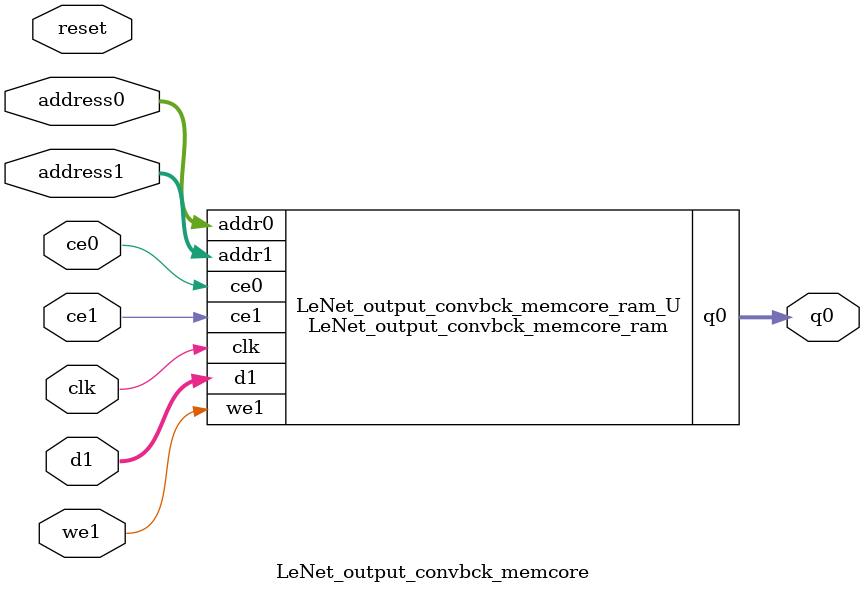
<source format=v>
`timescale 1 ns / 1 ps
module LeNet_output_convbck_memcore_ram (addr0, ce0, q0, addr1, ce1, d1, we1,  clk);

parameter DWIDTH = 32;
parameter AWIDTH = 10;
parameter MEM_SIZE = 800;

input[AWIDTH-1:0] addr0;
input ce0;
output reg[DWIDTH-1:0] q0;
input[AWIDTH-1:0] addr1;
input ce1;
input[DWIDTH-1:0] d1;
input we1;
input clk;

(* ram_style = "block" *)reg [DWIDTH-1:0] ram[0:MEM_SIZE-1];




always @(posedge clk)  
begin 
    if (ce0) 
    begin
        q0 <= ram[addr0];
    end
end


always @(posedge clk)  
begin 
    if (ce1) 
    begin
        if (we1) 
        begin 
            ram[addr1] <= d1; 
        end 
    end
end


endmodule

`timescale 1 ns / 1 ps
module LeNet_output_convbck_memcore(
    reset,
    clk,
    address0,
    ce0,
    q0,
    address1,
    ce1,
    we1,
    d1);

parameter DataWidth = 32'd32;
parameter AddressRange = 32'd800;
parameter AddressWidth = 32'd10;
input reset;
input clk;
input[AddressWidth - 1:0] address0;
input ce0;
output[DataWidth - 1:0] q0;
input[AddressWidth - 1:0] address1;
input ce1;
input we1;
input[DataWidth - 1:0] d1;



LeNet_output_convbck_memcore_ram LeNet_output_convbck_memcore_ram_U(
    .clk( clk ),
    .addr0( address0 ),
    .ce0( ce0 ),
    .q0( q0 ),
    .addr1( address1 ),
    .ce1( ce1 ),
    .we1( we1 ),
    .d1( d1 ));

endmodule


</source>
